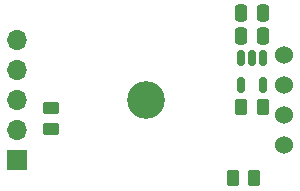
<source format=gbs>
G04 #@! TF.GenerationSoftware,KiCad,Pcbnew,8.0.7*
G04 #@! TF.CreationDate,2025-01-24T14:27:24+01:00*
G04 #@! TF.ProjectId,GateDriverControlTransmitter,47617465-4472-4697-9665-72436f6e7472,rev?*
G04 #@! TF.SameCoordinates,Original*
G04 #@! TF.FileFunction,Soldermask,Bot*
G04 #@! TF.FilePolarity,Negative*
%FSLAX46Y46*%
G04 Gerber Fmt 4.6, Leading zero omitted, Abs format (unit mm)*
G04 Created by KiCad (PCBNEW 8.0.7) date 2025-01-24 14:27:24*
%MOMM*%
%LPD*%
G01*
G04 APERTURE LIST*
G04 Aperture macros list*
%AMRoundRect*
0 Rectangle with rounded corners*
0 $1 Rounding radius*
0 $2 $3 $4 $5 $6 $7 $8 $9 X,Y pos of 4 corners*
0 Add a 4 corners polygon primitive as box body*
4,1,4,$2,$3,$4,$5,$6,$7,$8,$9,$2,$3,0*
0 Add four circle primitives for the rounded corners*
1,1,$1+$1,$2,$3*
1,1,$1+$1,$4,$5*
1,1,$1+$1,$6,$7*
1,1,$1+$1,$8,$9*
0 Add four rect primitives between the rounded corners*
20,1,$1+$1,$2,$3,$4,$5,0*
20,1,$1+$1,$4,$5,$6,$7,0*
20,1,$1+$1,$6,$7,$8,$9,0*
20,1,$1+$1,$8,$9,$2,$3,0*%
G04 Aperture macros list end*
%ADD10C,3.200000*%
%ADD11R,1.700000X1.700000*%
%ADD12O,1.700000X1.700000*%
%ADD13C,1.524000*%
%ADD14RoundRect,0.250000X-0.262500X-0.450000X0.262500X-0.450000X0.262500X0.450000X-0.262500X0.450000X0*%
%ADD15RoundRect,0.150000X-0.150000X0.512500X-0.150000X-0.512500X0.150000X-0.512500X0.150000X0.512500X0*%
%ADD16RoundRect,0.250000X-0.250000X-0.475000X0.250000X-0.475000X0.250000X0.475000X-0.250000X0.475000X0*%
%ADD17RoundRect,0.250000X0.450000X-0.262500X0.450000X0.262500X-0.450000X0.262500X-0.450000X-0.262500X0*%
G04 APERTURE END LIST*
D10*
X136000000Y-110000000D03*
D11*
X125100000Y-115075000D03*
D12*
X125100000Y-112535000D03*
X125100000Y-109995000D03*
X125100000Y-107455000D03*
X125100000Y-104915000D03*
D13*
X147700000Y-106210000D03*
X147700000Y-108750000D03*
X147700000Y-111290000D03*
X147700000Y-113830000D03*
D14*
X143337500Y-116600000D03*
X145162500Y-116600000D03*
D15*
X144050000Y-106462500D03*
X145000000Y-106462500D03*
X145950000Y-106462500D03*
X145950000Y-108737500D03*
X144050000Y-108737500D03*
D14*
X144060000Y-110600000D03*
X145885000Y-110600000D03*
D16*
X144042500Y-104570000D03*
X145942500Y-104570000D03*
D17*
X127950000Y-112462500D03*
X127950000Y-110637500D03*
D16*
X144042500Y-102610000D03*
X145942500Y-102610000D03*
M02*

</source>
